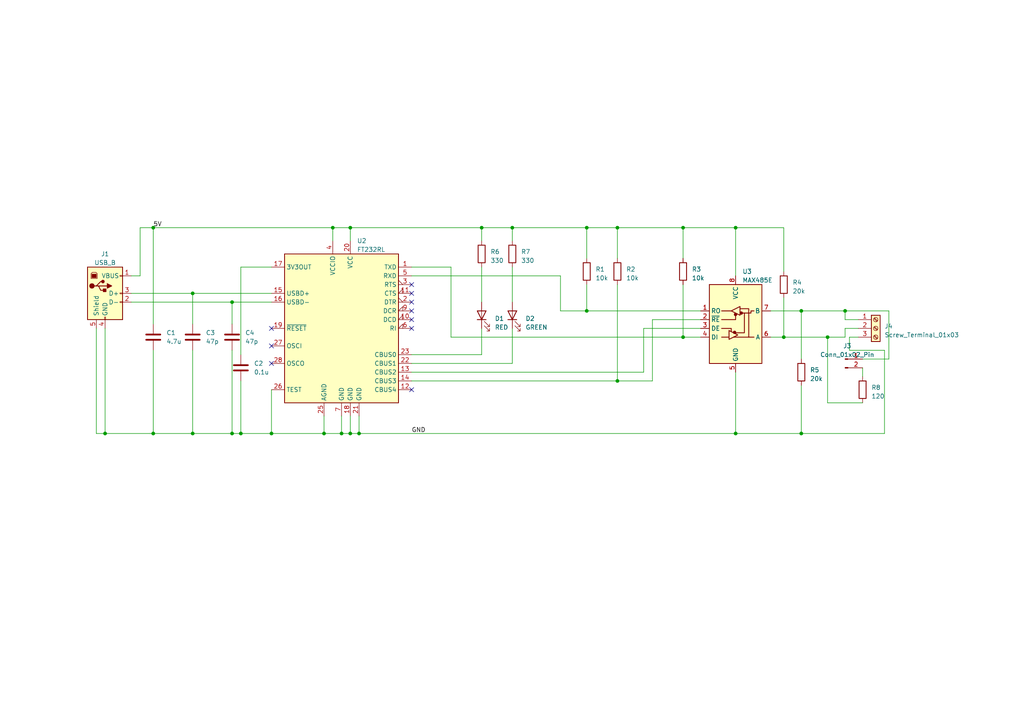
<source format=kicad_sch>
(kicad_sch (version 20231120) (generator "eeschema") (generator_version "8.0")
  (paper "A4")
  (title_block (title "USB to RS485 Converter") (date "2023-04-10") (rev "1.0"))
  (lib_symbols
    (symbol "Connector:Conn_01x02_Pin" (pin_names (offset 1.016) hide)
      (property "Reference" "J" (at 0 2.54 0))
      (property "Value" "Conn_01x02_Pin" (at 0 -5.08 0))
      (symbol "Conn_01x02_Pin_1_1"
        (polyline (pts (xy 1.27 -2.54) (xy 0.8636 -2.54)) (stroke (width 0.1524)))
        (polyline (pts (xy 1.27 0) (xy 0.8636 0)) (stroke (width 0.1524)))
        (rectangle (start 0.8636 -2.413) (end 0 -2.667) (stroke (width 0.1524)) (fill (type outline)))
        (rectangle (start 0.8636 0.127) (end 0 -0.127) (stroke (width 0.1524)) (fill (type outline)))
        (pin passive line (at 5.08 0 180) (length 3.81) (name "Pin_1") (number "1"))
        (pin passive line (at 5.08 -2.54 180) (length 3.81) (name "Pin_2") (number "2"))
      )
    )
    (symbol "Connector:Screw_Terminal_01x03" (pin_names (offset 1.016) hide)
      (property "Reference" "J" (at 0 5.08 0))
      (property "Value" "Screw_Terminal_01x03" (at 0 -5.08 0))
      (symbol "Screw_Terminal_01x03_1_1"
        (rectangle (start -1.27 3.81) (end 1.27 -3.81) (stroke (width 0.254)) (fill (type background)))
        (circle (center 0 -2.54) (radius 0.635) (stroke (width 0.1524)))
        (polyline (pts (xy -0.5334 -2.2098) (xy 0.3302 -3.048)) (stroke (width 0.1524)))
        (polyline (pts (xy -0.5334 0.3302) (xy 0.3302 -0.508)) (stroke (width 0.1524)))
        (polyline (pts (xy -0.5334 2.8702) (xy 0.3302 2.032)) (stroke (width 0.1524)))
        (polyline (pts (xy -0.3556 -2.032) (xy 0.508 -2.8702)) (stroke (width 0.1524)))
        (polyline (pts (xy -0.3556 0.508) (xy 0.508 -0.3302)) (stroke (width 0.1524)))
        (polyline (pts (xy -0.3556 3.048) (xy 0.508 2.2098)) (stroke (width 0.1524)))
        (circle (center 0 0) (radius 0.635) (stroke (width 0.1524)))
        (circle (center 0 2.54) (radius 0.635) (stroke (width 0.1524)))
        (pin passive line (at -5.08 2.54 0) (length 3.81) (name "Pin_1") (number "1"))
        (pin passive line (at -5.08 0 0) (length 3.81) (name "Pin_2") (number "2"))
        (pin passive line (at -5.08 -2.54 0) (length 3.81) (name "Pin_3") (number "3"))
      )
    )
    (symbol "Connector:USB_B" (pin_names (offset 1.016))
      (property "Reference" "J" (at -5.08 11.43 0))
      (property "Value" "USB_B" (at -5.08 8.89 0))
      (symbol "USB_B_0_1"
        (rectangle (start -5.08 -7.62) (end 5.08 7.62) (stroke (width 0.254)) (fill (type background)))
        (circle (center -3.81 2.159) (radius 0.635) (stroke (width 0.254)) (fill (type outline)))
        (rectangle (start -3.81 5.588) (end -2.54 4.572) (fill (type outline)))
        (circle (center -0.635 3.429) (radius 0.381) (stroke (width 0.254)) (fill (type outline)))
        (rectangle (start -0.127 -7.62) (end 0.127 -6.858))
        (polyline (pts (xy -1.905 2.159) (xy 0.635 2.159)) (stroke (width 0.254)))
        (polyline (pts (xy -3.175 2.159) (xy -2.54 2.159) (xy -1.27 3.429) (xy -0.635 3.429)) (stroke (width 0.254)))
        (polyline (pts (xy -2.54 2.159) (xy -1.905 2.159) (xy -1.27 0.889) (xy 0 0.889)) (stroke (width 0.254)))
        (polyline (pts (xy 0.635 2.794) (xy 0.635 1.524) (xy 1.905 2.159) (xy 0.635 2.794)) (stroke (width 0.254)) (fill (type outline)))
        (polyline (pts (xy -4.064 4.318) (xy -2.286 4.318) (xy -2.286 5.715) (xy -2.667 6.096) (xy -3.683 6.096) (xy -4.064 5.715) (xy -4.064 4.318)))
        (rectangle (start 0.254 1.27) (end -0.508 0.508) (stroke (width 0.254)) (fill (type outline)))
        (rectangle (start 5.08 -2.667) (end 4.318 -2.413))
        (rectangle (start 5.08 -0.127) (end 4.318 0.127))
        (rectangle (start 5.08 4.953) (end 4.318 5.207))
      )
      (symbol "USB_B_1_1"
        (pin power_out line (at 7.62 5.08 180) (length 2.54) (name "VBUS") (number "1"))
        (pin bidirectional line (at 7.62 -2.54 180) (length 2.54) (name "D-") (number "2"))
        (pin bidirectional line (at 7.62 0 180) (length 2.54) (name "D+") (number "3"))
        (pin power_out line (at 0 -10.16 90) (length 2.54) (name "GND") (number "4"))
        (pin passive line (at -2.54 -10.16 90) (length 2.54) (name "Shield") (number "5"))
      )
    )
    (symbol "Device:C" (pin_numbers hide) (pin_names (offset 0.254))
      (property "Reference" "C" (at 0.635 2.54 0))
      (property "Value" "C" (at 0.635 -2.54 0))
      (symbol "C_0_1"
        (polyline (pts (xy -2.032 -0.762) (xy 2.032 -0.762)) (stroke (width 0.508)))
        (polyline (pts (xy -2.032 0.762) (xy 2.032 0.762)) (stroke (width 0.508)))
      )
      (symbol "C_1_1"
        (pin passive line (at 0 3.81 270) (length 2.794) (name "~") (number "1"))
        (pin passive line (at 0 -3.81 90) (length 2.794) (name "~") (number "2"))
      )
    )
    (symbol "Device:LED" (pin_numbers hide) (pin_names (offset 1.016) hide)
      (property "Reference" "D" (at 0 2.54 0))
      (property "Value" "LED" (at 0 -2.54 0))
      (symbol "LED_0_1"
        (polyline (pts (xy -1.27 -1.27) (xy -1.27 1.27)) (stroke (width 0.254)))
        (polyline (pts (xy -1.27 0) (xy 1.27 0)))
        (polyline (pts (xy 1.27 -1.27) (xy 1.27 1.27) (xy -1.27 0) (xy 1.27 -1.27)) (stroke (width 0.254)))
        (polyline (pts (xy -3.048 -0.762) (xy -4.572 -2.286) (xy -3.81 -2.286) (xy -4.572 -2.286) (xy -4.572 -1.524)))
        (polyline (pts (xy -1.778 -0.762) (xy -3.302 -2.286) (xy -2.54 -2.286) (xy -3.302 -2.286) (xy -3.302 -1.524)))
      )
      (symbol "LED_1_1"
        (pin passive line (at -3.81 0 0) (length 2.54) (name "K") (number "1"))
        (pin passive line (at 3.81 0 180) (length 2.54) (name "A") (number "2"))
      )
    )
    (symbol "Device:R" (pin_numbers hide) (pin_names (offset 0))
      (property "Reference" "R" (at 2.032 0 90))
      (property "Value" "R" (at 0 0 90))
      (symbol "R_0_1"
        (rectangle (start -1.016 -2.54) (end 1.016 2.54) (stroke (width 0.254)))
      )
      (symbol "R_1_1"
        (pin passive line (at 0 3.81 270) (length 1.27) (name "~") (number "1"))
        (pin passive line (at 0 -3.81 90) (length 1.27) (name "~") (number "2"))
      )
    )
    (symbol "Interface_UART:MAX485E"
      (property "Reference" "U" (at -6.096 11.43 0))
      (property "Value" "MAX485E" (at 0.762 11.43 0))
      (symbol "MAX485E_0_1"
        (rectangle (start -7.62 10.16) (end 7.62 -12.7) (stroke (width 0.254)) (fill (type background)))
        (circle (center -0.3048 -3.683) (radius 0.3556) (stroke (width 0.254)) (fill (type outline)))
        (circle (center -0.0254 1.4986) (radius 0.3556) (stroke (width 0.254)) (fill (type outline)))
        (polyline (pts (xy -4.064 -5.08) (xy -1.905 -5.08)) (stroke (width 0.254)))
        (polyline (pts (xy -4.064 2.54) (xy -1.27 2.54)) (stroke (width 0.254)))
        (polyline (pts (xy -1.27 -3.2004) (xy -1.27 -3.4544)) (stroke (width 0.254)))
        (polyline (pts (xy -0.635 -5.08) (xy 5.334 -5.08)) (stroke (width 0.254)))
        (polyline (pts (xy -4.064 -2.54) (xy -1.27 -2.54) (xy -1.27 -3.175)) (stroke (width 0.254)))
        (polyline (pts (xy 0 1.27) (xy 0 0) (xy -4.064 0)) (stroke (width 0.254)))
        (polyline (pts (xy 1.27 3.175) (xy 3.81 3.175) (xy 3.81 -5.08)) (stroke (width 0.254)))
        (polyline (pts (xy 2.54 1.905) (xy 2.54 -3.81) (xy 0 -3.81)) (stroke (width 0.254)))
        (polyline (pts (xy -1.905 -3.175) (xy -1.905 -5.715) (xy 0.635 -4.445) (xy -1.905 -3.175)) (stroke (width 0.254)))
        (polyline (pts (xy -1.27 2.54) (xy 1.27 3.81) (xy 1.27 1.27) (xy -1.27 2.54)) (stroke (width 0.254)))
        (polyline (pts (xy 1.905 1.905) (xy 4.445 1.905) (xy 4.445 2.54) (xy 5.334 2.54)) (stroke (width 0.254)))
        (rectangle (start 1.27 3.175) (end 1.27 3.175))
        (circle (center 1.651 1.905) (radius 0.3556) (stroke (width 0.254)) (fill (type outline)))
      )
      (symbol "MAX485E_1_1"
        (pin output line (at -10.16 2.54 0) (length 2.54) (name "RO") (number "1"))
        (pin input line (at -10.16 0 0) (length 2.54) (name "~{RE}") (number "2"))
        (pin input line (at -10.16 -2.54 0) (length 2.54) (name "DE") (number "3"))
        (pin input line (at -10.16 -5.08 0) (length 2.54) (name "DI") (number "4"))
        (pin power_in line (at 0 -15.24 90) (length 2.54) (name "GND") (number "5"))
        (pin bidirectional line (at 10.16 -5.08 180) (length 2.54) (name "A") (number "6"))
        (pin bidirectional line (at 10.16 2.54 180) (length 2.54) (name "B") (number "7"))
        (pin power_in line (at 0 12.7 270) (length 2.54) (name "VCC") (number "8"))
      )
    )
    (symbol "Interface_USB:FT232RL"
      (property "Reference" "U" (at -16.51 22.86 0))
      (property "Value" "FT232RL" (at 10.16 22.86 0))
      (symbol "FT232RL_0_1"
        (rectangle (start -16.51 21.59) (end 16.51 -21.59) (stroke (width 0.254)) (fill (type background)))
      )
      (symbol "FT232RL_1_1"
        (pin output line (at 20.32 17.78 180) (length 3.81) (name "TXD") (number "1"))
        (pin input input_low (at 20.32 2.54 180) (length 3.81) (name "DCD") (number "10"))
        (pin input input_low (at 20.32 10.16 180) (length 3.81) (name "CTS") (number "11"))
        (pin bidirectional line (at 20.32 -17.78 180) (length 3.81) (name "CBUS4") (number "12"))
        (pin bidirectional line (at 20.32 -12.7 180) (length 3.81) (name "CBUS2") (number "13"))
        (pin bidirectional line (at 20.32 -15.24 180) (length 3.81) (name "CBUS3") (number "14"))
        (pin bidirectional line (at -20.32 10.16 0) (length 3.81) (name "USBD+") (number "15"))
        (pin bidirectional line (at -20.32 7.62 0) (length 3.81) (name "USBD-") (number "16"))
        (pin power_out line (at -20.32 17.78 0) (length 3.81) (name "3V3OUT") (number "17"))
        (pin power_in line (at 2.54 -25.4 90) (length 3.81) (name "GND") (number "18"))
        (pin input line (at -20.32 0 0) (length 3.81) (name "~{RESET}") (number "19"))
        (pin output output_low (at 20.32 7.62 180) (length 3.81) (name "DTR") (number "2"))
        (pin power_in line (at 2.54 25.4 270) (length 3.81) (name "VCC") (number "20"))
        (pin power_in line (at 5.08 -25.4 90) (length 3.81) (name "GND") (number "21"))
        (pin bidirectional line (at 20.32 -10.16 180) (length 3.81) (name "CBUS1") (number "22"))
        (pin bidirectional line (at 20.32 -7.62 180) (length 3.81) (name "CBUS0") (number "23"))
        (pin power_in line (at -5.08 -25.4 90) (length 3.81) (name "AGND") (number "25"))
        (pin input line (at -20.32 -17.78 0) (length 3.81) (name "TEST") (number "26"))
        (pin input line (at -20.32 -5.08 0) (length 3.81) (name "OSCI") (number "27"))
        (pin output line (at -20.32 -10.16 0) (length 3.81) (name "OSCO") (number "28"))
        (pin output output_low (at 20.32 12.7 180) (length 3.81) (name "RTS") (number "3"))
        (pin power_in line (at -2.54 25.4 270) (length 3.81) (name "VCCIO") (number "4"))
        (pin input line (at 20.32 15.24 180) (length 3.81) (name "RXD") (number "5"))
        (pin input input_low (at 20.32 0 180) (length 3.81) (name "RI") (number "6"))
        (pin power_in line (at 0 -25.4 90) (length 3.81) (name "GND") (number "7"))
        (pin input input_low (at 20.32 5.08 180) (length 3.81) (name "DCR") (number "9"))
      )
    )
  )
  (junction (at 93.98 125.73))
  (junction (at 96.52 66.04))
  (junction (at 101.6 125.73))
  (junction (at 30.48 125.73))
  (junction (at 67.31 87.63))
  (junction (at 170.18 90.17))
  (junction (at 67.31 125.73))
  (junction (at 198.12 66.04))
  (junction (at 232.41 90.17))
  (junction (at 179.07 66.04))
  (junction (at 240.03 97.79))
  (junction (at 232.41 125.73))
  (junction (at 213.36 125.73))
  (junction (at 44.45 66.04))
  (junction (at 69.85 125.73))
  (junction (at 78.74 125.73))
  (junction (at 227.33 97.79))
  (junction (at 55.88 125.73))
  (junction (at 101.6 66.04))
  (junction (at 170.18 66.04))
  (junction (at 44.45 125.73))
  (junction (at 179.07 110.49))
  (junction (at 104.14 125.73))
  (junction (at 213.36 66.04))
  (junction (at 198.12 97.79))
  (junction (at 139.7 66.04))
  (junction (at 55.88 85.09))
  (junction (at 245.11 90.17))
  (junction (at 148.59 66.04))
  (junction (at 99.06 125.73))
  (no_connect (at 119.38 95.25))
  (no_connect (at 78.74 100.33))
  (no_connect (at 119.38 85.09))
  (no_connect (at 119.38 87.63))
  (no_connect (at 119.38 92.71))
  (no_connect (at 78.74 105.41))
  (no_connect (at 119.38 90.17))
  (no_connect (at 78.74 95.25))
  (no_connect (at 119.38 82.55))
  (no_connect (at 119.38 113.03))
  (wire (pts (xy 38.1 87.63) (xy 67.31 87.63)))
  (wire (pts (xy 246.38 97.79) (xy 246.38 101.6)))
  (wire (pts (xy 256.54 101.6) (xy 256.54 125.73)))
  (wire (pts (xy 67.31 101.6) (xy 67.31 125.73)))
  (wire (pts (xy 119.38 105.41) (xy 148.59 105.41)))
  (wire (pts (xy 99.06 125.73) (xy 99.06 120.65)))
  (wire (pts (xy 148.59 105.41) (xy 148.59 95.25)))
  (wire (pts (xy 67.31 125.73) (xy 69.85 125.73)))
  (wire (pts (xy 170.18 66.04) (xy 170.18 74.93)))
  (wire (pts (xy 55.88 125.73) (xy 67.31 125.73)))
  (wire (pts (xy 93.98 120.65) (xy 93.98 125.73)))
  (wire (pts (xy 96.52 66.04) (xy 101.6 66.04)))
  (wire (pts (xy 55.88 85.09) (xy 55.88 93.98)))
  (wire (pts (xy 203.2 97.79) (xy 198.12 97.79)))
  (wire (pts (xy 240.03 116.84) (xy 240.03 97.79)))
  (wire (pts (xy 69.85 125.73) (xy 78.74 125.73)))
  (wire (pts (xy 248.92 97.79) (xy 246.38 97.79)))
  (wire (pts (xy 186.69 95.25) (xy 186.69 107.95)))
  (wire (pts (xy 227.33 97.79) (xy 240.03 97.79)))
  (wire (pts (xy 179.07 110.49) (xy 119.38 110.49)))
  (wire (pts (xy 38.1 85.09) (xy 55.88 85.09)))
  (wire (pts (xy 170.18 90.17) (xy 203.2 90.17)))
  (wire (pts (xy 78.74 125.73) (xy 93.98 125.73)))
  (wire (pts (xy 139.7 95.25) (xy 139.7 102.87)))
  (wire (pts (xy 213.36 107.95) (xy 213.36 125.73)))
  (wire (pts (xy 78.74 77.47) (xy 69.85 77.47)))
  (wire (pts (xy 203.2 92.71) (xy 189.23 92.71)))
  (wire (pts (xy 55.88 85.09) (xy 78.74 85.09)))
  (wire (pts (xy 104.14 125.73) (xy 213.36 125.73)))
  (wire (pts (xy 179.07 82.55) (xy 179.07 110.49)))
  (wire (pts (xy 198.12 66.04) (xy 198.12 74.93)))
  (wire (pts (xy 30.48 95.25) (xy 30.48 125.73)))
  (wire (pts (xy 257.81 104.14) (xy 257.81 90.17)))
  (wire (pts (xy 139.7 66.04) (xy 101.6 66.04)))
  (wire (pts (xy 245.11 95.25) (xy 245.11 97.79)))
  (wire (pts (xy 93.98 125.73) (xy 99.06 125.73)))
  (wire (pts (xy 40.64 66.04) (xy 40.64 80.01)))
  (wire (pts (xy 44.45 66.04) (xy 44.45 93.98)))
  (wire (pts (xy 213.36 66.04) (xy 213.36 80.01)))
  (wire (pts (xy 148.59 69.85) (xy 148.59 66.04)))
  (wire (pts (xy 69.85 110.49) (xy 69.85 125.73)))
  (wire (pts (xy 186.69 107.95) (xy 119.38 107.95)))
  (wire (pts (xy 40.64 66.04) (xy 44.45 66.04)))
  (wire (pts (xy 69.85 77.47) (xy 69.85 102.87)))
  (wire (pts (xy 223.52 90.17) (xy 232.41 90.17)))
  (wire (pts (xy 198.12 66.04) (xy 213.36 66.04)))
  (wire (pts (xy 240.03 97.79) (xy 245.11 97.79)))
  (wire (pts (xy 27.94 95.25) (xy 27.94 125.73)))
  (wire (pts (xy 170.18 82.55) (xy 170.18 90.17)))
  (wire (pts (xy 250.19 109.22) (xy 250.19 106.68)))
  (wire (pts (xy 44.45 101.6) (xy 44.45 125.73)))
  (wire (pts (xy 245.11 92.71) (xy 245.11 90.17)))
  (wire (pts (xy 189.23 110.49) (xy 179.07 110.49)))
  (wire (pts (xy 256.54 125.73) (xy 232.41 125.73)))
  (wire (pts (xy 44.45 125.73) (xy 55.88 125.73)))
  (wire (pts (xy 148.59 77.47) (xy 148.59 87.63)))
  (wire (pts (xy 67.31 87.63) (xy 67.31 93.98)))
  (wire (pts (xy 232.41 90.17) (xy 232.41 104.14)))
  (wire (pts (xy 248.92 92.71) (xy 245.11 92.71)))
  (wire (pts (xy 227.33 86.36) (xy 227.33 97.79)))
  (wire (pts (xy 198.12 97.79) (xy 130.81 97.79)))
  (wire (pts (xy 67.31 87.63) (xy 78.74 87.63)))
  (wire (pts (xy 27.94 125.73) (xy 30.48 125.73)))
  (wire (pts (xy 130.81 97.79) (xy 130.81 77.47)))
  (wire (pts (xy 227.33 66.04) (xy 213.36 66.04)))
  (wire (pts (xy 162.56 80.01) (xy 162.56 90.17)))
  (wire (pts (xy 139.7 77.47) (xy 139.7 87.63)))
  (wire (pts (xy 223.52 97.79) (xy 227.33 97.79)))
  (wire (pts (xy 99.06 125.73) (xy 101.6 125.73)))
  (wire (pts (xy 232.41 90.17) (xy 245.11 90.17)))
  (wire (pts (xy 119.38 80.01) (xy 162.56 80.01)))
  (wire (pts (xy 78.74 113.03) (xy 78.74 125.73)))
  (wire (pts (xy 250.19 116.84) (xy 240.03 116.84)))
  (wire (pts (xy 148.59 66.04) (xy 139.7 66.04)))
  (wire (pts (xy 40.64 80.01) (xy 38.1 80.01)))
  (wire (pts (xy 189.23 92.71) (xy 189.23 110.49)))
  (wire (pts (xy 55.88 101.6) (xy 55.88 125.73)))
  (wire (pts (xy 96.52 66.04) (xy 96.52 69.85)))
  (wire (pts (xy 148.59 66.04) (xy 170.18 66.04)))
  (wire (pts (xy 227.33 78.74) (xy 227.33 66.04)))
  (wire (pts (xy 101.6 120.65) (xy 101.6 125.73)))
  (wire (pts (xy 203.2 95.25) (xy 186.69 95.25)))
  (wire (pts (xy 198.12 82.55) (xy 198.12 97.79)))
  (wire (pts (xy 232.41 125.73) (xy 213.36 125.73)))
  (wire (pts (xy 30.48 125.73) (xy 44.45 125.73)))
  (wire (pts (xy 101.6 66.04) (xy 101.6 69.85)))
  (wire (pts (xy 139.7 66.04) (xy 139.7 69.85)))
  (wire (pts (xy 44.45 66.04) (xy 96.52 66.04)))
  (wire (pts (xy 179.07 66.04) (xy 179.07 74.93)))
  (wire (pts (xy 162.56 90.17) (xy 170.18 90.17)))
  (wire (pts (xy 232.41 111.76) (xy 232.41 125.73)))
  (wire (pts (xy 250.19 104.14) (xy 257.81 104.14)))
  (wire (pts (xy 170.18 66.04) (xy 179.07 66.04)))
  (wire (pts (xy 179.07 66.04) (xy 198.12 66.04)))
  (wire (pts (xy 101.6 125.73) (xy 104.14 125.73)))
  (wire (pts (xy 248.92 95.25) (xy 245.11 95.25)))
  (wire (pts (xy 104.14 125.73) (xy 104.14 120.65)))
  (wire (pts (xy 257.81 90.17) (xy 245.11 90.17)))
  (wire (pts (xy 246.38 101.6) (xy 256.54 101.6)))
  (wire (pts (xy 139.7 102.87) (xy 119.38 102.87)))
  (wire (pts (xy 130.81 77.47) (xy 119.38 77.47)))
  (label "5V" (at 44.45 66.04 0))
  (label "GND" (at 119.38 125.73 0))
  (symbol (lib_id "Interface_UART:MAX485E") (at 213.36 92.71 0) (unit 1)
    (property "Reference" "U3" (at 215.3159 78.74 0) (effects (justify left)))
    (property "Value" "MAX485E" (at 215.3159 81.28 0) (effects (justify left)))
    (property "Footprint" "Package_DIP:DIP-8_W7.62mm_Socket" (effects (hide yes)))
    (property "Datasheet" "https://datasheets.maximintegrated.com/en/ds/MAX1487E-MAX491E.pdf" (effects (hide yes)))
  )
  (symbol (lib_id "Device:C") (at 67.31 97.79 0) (unit 1)
    (property "Reference" "C4" (at 71.12 96.5199 0) (effects (justify left)))
    (property "Value" "47p" (at 71.12 99.0599 0) (effects (justify left)))
    (property "Footprint" "Capacitor_THT:C_Disc_D4.7mm_W2.5mm_P5.00mm" (effects (hide yes)))
    (property "Description" "Unpolarized capacitor" (effects (hide yes)))
  )
  (symbol (lib_id "Device:R") (at 179.07 78.74 0) (unit 1)
    (property "Reference" "R2" (at 181.61 78.105 0) (effects (justify left)))
    (property "Value" "10k" (at 181.61 80.645 0) (effects (justify left)))
    (property "Footprint" "Resistor_THT:R_Axial_DIN0207_L6.3mm_D2.5mm_P10.16mm_Horizontal" (effects (hide yes)))
  )
  (symbol (lib_id "Device:R") (at 198.12 78.74 0) (unit 1)
    (property "Reference" "R3" (at 200.66 78.105 0) (effects (justify left)))
    (property "Value" "10k" (at 200.66 80.645 0) (effects (justify left)))
    (property "Footprint" "Resistor_THT:R_Axial_DIN0207_L6.3mm_D2.5mm_P10.16mm_Horizontal" (effects (hide yes)))
  )
  (symbol (lib_id "Device:C") (at 55.88 97.79 0) (unit 1)
    (property "Reference" "C3" (at 59.69 96.5199 0) (effects (justify left)))
    (property "Value" "47p" (at 59.69 99.0599 0) (effects (justify left)))
    (property "Footprint" "Capacitor_THT:C_Disc_D4.7mm_W2.5mm_P5.00mm" (effects (hide yes)))
    (property "Description" "Unpolarized capacitor" (effects (hide yes)))
  )
  (symbol (lib_id "Interface_USB:FT232RL") (at 99.06 95.25 0) (unit 1)
    (property "Reference" "U2" (at 103.5559 69.85 0) (effects (justify left)))
    (property "Value" "FT232RL" (at 103.5559 72.39 0) (effects (justify left)))
    (property "Footprint" "Package_SO:SSOP-28_5.3x10.2mm_P0.65mm" (effects (hide yes)))
    (property "Datasheet" "https://www.ftdichip.com/Support/Documents/DataSheets/ICs/DS_FT232R.pdf" (effects (hide yes)))
  )
  (symbol (lib_id "Device:C") (at 69.85 106.68 0) (unit 1)
    (property "Reference" "C2" (at 73.66 105.4099 0) (effects (justify left)))
    (property "Value" "0.1u" (at 73.66 107.9499 0) (effects (justify left)))
    (property "Footprint" "Capacitor_THT:C_Disc_D4.7mm_W2.5mm_P5.00mm" (effects (hide yes)))
    (property "Description" "Unpolarized capacitor" (effects (hide yes)))
  )
  (symbol (lib_id "Connector:USB_B") (at 30.48 85.09 0) (unit 1)
    (property "Reference" "J1" (at 30.48 73.66 0))
    (property "Value" "USB_B" (at 30.48 76.2 0))
    (property "Footprint" "Connector_USB:USB_B_Lumberg_2411_02_Horizontal" (effects (hide yes)))
    (property "Datasheet" " ~" (effects (hide yes)))
  )
  (symbol (lib_id "Device:LED") (at 139.7 91.44 90) (unit 1)
    (property "Reference" "D1" (at 143.51 92.3925 90) (effects (justify right)))
    (property "Value" "RED" (at 143.51 94.9325 90) (effects (justify right)))
    (property "Footprint" "LED_THT:LED_D5.0mm" (effects (hide yes)))
  )
  (symbol (lib_id "Device:R") (at 250.19 113.03 0) (unit 1)
    (property "Reference" "R8" (at 252.73 112.395 0) (effects (justify left)))
    (property "Value" "120" (at 252.73 114.935 0) (effects (justify left)))
    (property "Footprint" "Resistor_THT:R_Axial_DIN0207_L6.3mm_D2.5mm_P10.16mm_Horizontal" (effects (hide yes)))
  )
  (symbol (lib_id "Device:LED") (at 148.59 91.44 90) (unit 1)
    (property "Reference" "D2" (at 152.4 92.3925 90) (effects (justify right)))
    (property "Value" "GREEN" (at 152.4 94.9325 90) (effects (justify right)))
    (property "Footprint" "LED_THT:LED_D5.0mm" (effects (hide yes)))
  )
  (symbol (lib_id "Device:R") (at 232.41 107.95 0) (unit 1)
    (property "Reference" "R5" (at 234.95 107.315 0) (effects (justify left)))
    (property "Value" "20k" (at 234.95 109.855 0) (effects (justify left)))
    (property "Footprint" "Resistor_THT:R_Axial_DIN0207_L6.3mm_D2.5mm_P10.16mm_Horizontal" (effects (hide yes)))
  )
  (symbol (lib_id "Device:R") (at 148.59 73.66 0) (unit 1)
    (property "Reference" "R7" (at 151.13 73.025 0) (effects (justify left)))
    (property "Value" "330" (at 151.13 75.565 0) (effects (justify left)))
    (property "Footprint" "Resistor_THT:R_Axial_DIN0207_L6.3mm_D2.5mm_P10.16mm_Horizontal" (effects (hide yes)))
  )
  (symbol (lib_id "Connector:Screw_Terminal_01x03") (at 254 95.25 0) (unit 1)
    (property "Reference" "J4" (at 256.54 94.615 0) (effects (justify left)))
    (property "Value" "Screw_Terminal_01x03" (at 256.54 97.155 0) (effects (justify left)))
    (property "Footprint" "TerminalBlock_MetzConnect:TerminalBlock_MetzConnect_Type059_RT06303HBWC_1x03_P3.50mm_Horizontal" (effects (hide yes)))
  )
  (symbol (lib_id "Device:R") (at 227.33 82.55 0) (unit 1)
    (property "Reference" "R4" (at 229.87 81.915 0) (effects (justify left)))
    (property "Value" "20k" (at 229.87 84.455 0) (effects (justify left)))
    (property "Footprint" "Resistor_THT:R_Axial_DIN0207_L6.3mm_D2.5mm_P10.16mm_Horizontal" (effects (hide yes)))
  )
  (symbol (lib_id "Device:C") (at 44.45 97.79 0) (unit 1)
    (property "Reference" "C1" (at 48.26 96.5199 0) (effects (justify left)))
    (property "Value" "4.7u" (at 48.26 99.0599 0) (effects (justify left)))
    (property "Footprint" "Capacitor_THT:C_Disc_D4.7mm_W2.5mm_P5.00mm" (effects (hide yes)))
    (property "Description" "Unpolarized capacitor" (effects (hide yes)))
  )
  (symbol (lib_id "Device:R") (at 170.18 78.74 0) (unit 1)
    (property "Reference" "R1" (at 172.72 78.105 0) (effects (justify left)))
    (property "Value" "10k" (at 172.72 80.645 0) (effects (justify left)))
    (property "Footprint" "Resistor_THT:R_Axial_DIN0207_L6.3mm_D2.5mm_P10.16mm_Horizontal" (effects (hide yes)))
  )
  (symbol (lib_id "Connector:Conn_01x02_Pin") (at 245.11 104.14 0) (unit 1)
    (property "Reference" "J3" (at 245.745 100.33 0))
    (property "Value" "Conn_01x02_Pin" (at 245.745 102.87 0))
    (property "Footprint" "Connector_PinHeader_2.54mm:PinHeader_1x02_P2.54mm_Vertical" (effects (hide yes)))
  )
  (symbol (lib_id "Device:R") (at 139.7 73.66 0) (unit 1)
    (property "Reference" "R6" (at 142.24 73.025 0) (effects (justify left)))
    (property "Value" "330" (at 142.24 75.565 0) (effects (justify left)))
    (property "Footprint" "Resistor_THT:R_Axial_DIN0207_L6.3mm_D2.5mm_P10.16mm_Horizontal" (effects (hide yes)))
  )
)
</source>
